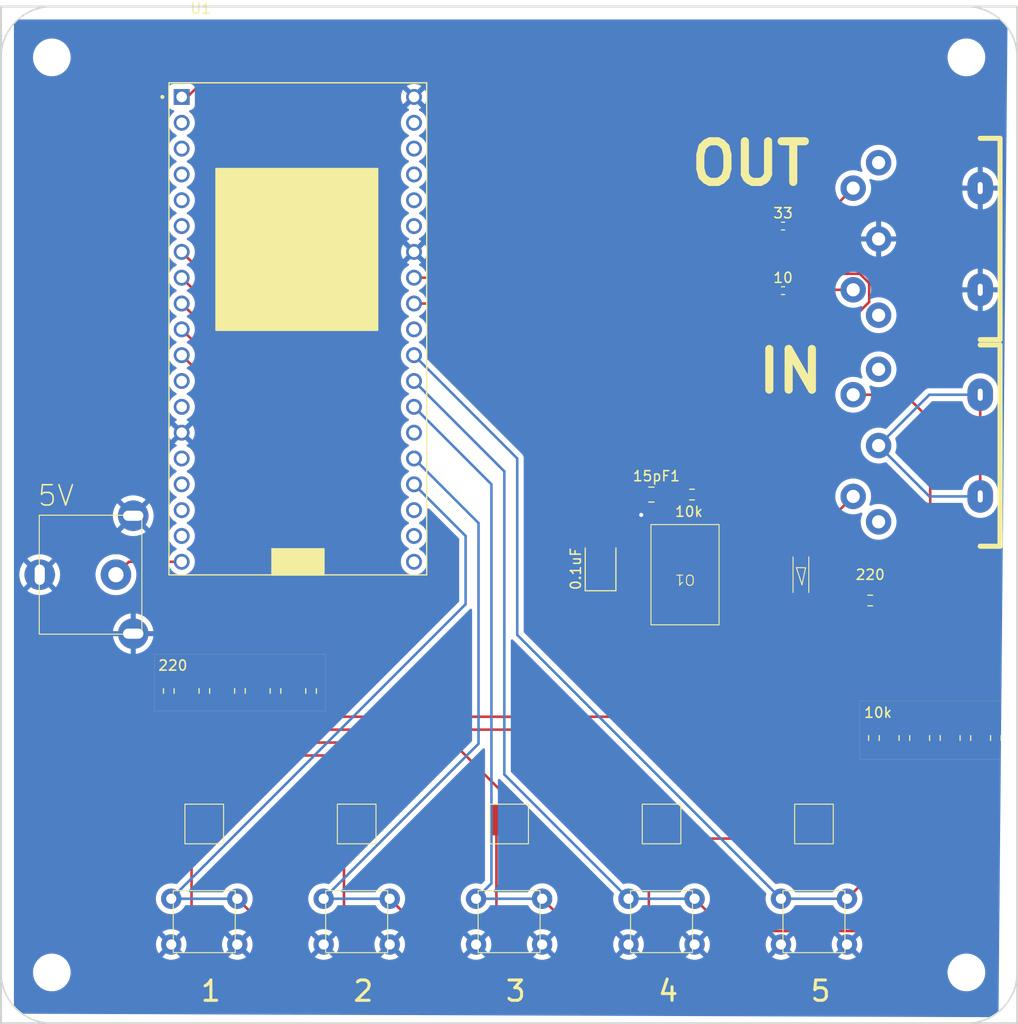
<source format=kicad_pcb>
(kicad_pcb (version 20221018) (generator pcbnew)
  (layers (0 "F.Cu" signal) (31 "B.Cu" signal) (34 "B.Paste" user) (35 "F.Paste" user) (36 "B.SilkS" user "B.Silkscreen") (37 "F.SilkS" user "F.Silkscreen") (38 "B.Mask" user) (39 "F.Mask" user) (44 "Edge.Cuts" user))
  (net 0 "")
  (net 2 "GND")
  (net 4 "RX1")
  (net 6 "Net-(D1-A)")
  (net 7 "Net-(D1-K)")
  (net 8 "+3.3V")
  (net 12 "unconnected-(M1-Pad2)")
  (net 14 "Net-(M1-Pad4)")
  (net 15 "SW1")
  (net 16 "LED1")
  (net 17 "SW2")
  (net 18 "LED2")
  (net 19 "SW3")
  (net 20 "LED3")
  (net 21 "SW4")
  (net 22 "LED4")
  (net 23 "SW5")
  (net 24 "LED5")
  (net 30 "TX1")
  (net 41 "Net-(J1-Pad4)")
  (net 42 "Net-(J1-Pad5)")
  (net 43 "Net-(LED1-A)")
  (net 44 "Net-(LED2-A)")
  (net 45 "Net-(LED3-A)")
  (net 46 "Net-(LED4-A)")
  (net 47 "Net-(LED5-A)")
  (net 50 "+5V")
  (footprint "MIDI:LED" (layer "F.Cu") (at 35 80)
    (fp_text reference "LED2" hide)
    (fp_text value "LED" hide)
    (fp_rect (start -1.9 -1.55) (end 1.9 2.35) (stroke (width 0.1)) (fill none) (layer "F.SilkS"))
    (pad "1" smd roundrect (at -1.25 0.02 180) (size 1.2 3) (layers "F.Cu" "F.Paste" "F.Mask") (net 2 "GND"))
    (pad "2" smd roundrect (at 1.25 0.01 180) (size 1.2 3) (layers "F.Cu" "F.Paste" "F.Mask") (net 44 "Net-(LED2-A)"))
  )
  (footprint "MIDI:switch" (layer "F.Cu") (at 80 90)
    (fp_text reference "SW5" hide)
    (fp_text value "SW_DIP_x01" hide)
    (fp_rect (start -3.05 -3.05) (end 3.05 3.05) (stroke (width 0.1)) (fill none) (layer "F.SilkS"))
    (pad "1" thru_hole circle (at -3.25 2.25 180) (size 2 2) (drill 1) (layers "*.Cu" "*.Mask") (net 2 "GND"))
    (pad "1" thru_hole circle (at 3.25 2.25 180) (size 2 2) (drill 1) (layers "*.Cu" "*.Mask") (net 2 "GND"))
    (pad "2" thru_hole circle (at -3.25 -2.25 180) (size 2 2) (drill 1) (layers "*.Cu" "*.Mask") (net 23 "SW5"))
    (pad "2" thru_hole circle (at 3.25 -2.25 180) (size 2 2) (drill 1) (layers "*.Cu" "*.Mask") (net 23 "SW5"))
  )
  (footprint "MIDI:MODULE_ESP32-DEVKITC-32D" (layer "F.Cu") (at 30.48 28.65)
    (fp_text reference "U1" (at -10.829175 -28.446045) (layer "F.SilkS") (effects (font (size 1.000386 1.000386))))
    (fp_text value "ESP32-DEVKITC-32D")
    (fp_line (start -13.95 -21.15) (end 11.41 -21.15) (stroke (width 0.127)) (layer "F.SilkS"))
    (fp_line (start -13.95 27.25) (end -13.95 -21.15) (stroke (width 0.127)) (layer "F.SilkS"))
    (fp_line (start 11.41 -21.15) (end 11.41 27.25) (stroke (width 0.127)) (layer "F.SilkS"))
    (fp_line (start 11.41 27.25) (end -13.95 27.25) (stroke (width 0.127)) (layer "F.SilkS"))
    (fp_circle (center -14.6 -19.76) (end -14.5 -19.76) (stroke (width 0.2)) (fill none) (layer "F.SilkS"))
    (pad "J2-1" thru_hole rect (at -12.7 -19.76) (size 1.56 1.56) (drill 1.04) (layers "*.Cu" "*.Mask") (net 8 "+3.3V"))
    (pad "J2-2" thru_hole circle (at -12.7 -17.22) (size 1.56 1.56) (drill 1.04) (layers "*.Cu" "*.Mask"))
    (pad "J2-3" thru_hole circle (at -12.7 -14.68) (size 1.56 1.56) (drill 1.04) (layers "*.Cu" "*.Mask"))
    (pad "J2-4" thru_hole circle (at -12.7 -12.14) (size 1.56 1.56) (drill 1.04) (layers "*.Cu" "*.Mask"))
    (pad "J2-5" thru_hole circle (at -12.7 -9.6) (size 1.56 1.56) (drill 1.04) (layers "*.Cu" "*.Mask"))
    (pad "J2-6" thru_hole circle (at -12.7 -7.06) (size 1.56 1.56) (drill 1.04) (layers "*.Cu" "*.Mask"))
    (pad "J2-7" thru_hole circle (at -12.7 -4.52) (size 1.56 1.56) (drill 1.04) (layers "*.Cu" "*.Mask") (net 24 "LED5"))
    (pad "J2-8" thru_hole circle (at -12.7 -1.98) (size 1.56 1.56) (drill 1.04) (layers "*.Cu" "*.Mask") (net 22 "LED4"))
    (pad "J2-9" thru_hole circle (at -12.7 0.56) (size 1.56 1.56) (drill 1.04) (layers "*.Cu" "*.Mask") (net 20 "LED3"))
    (pad "J2-10" thru_hole circle (at -12.7 3.1) (size 1.56 1.56) (drill 1.04) (layers "*.Cu" "*.Mask") (net 18 "LED2"))
    (pad "J2-11" thru_hole circle (at -12.7 5.64) (size 1.56 1.56) (drill 1.04) (layers "*.Cu" "*.Mask") (net 16 "LED1"))
    (pad "J2-12" thru_hole circle (at -12.7 8.18) (size 1.56 1.56) (drill 1.04) (layers "*.Cu" "*.Mask"))
    (pad "J2-13" thru_hole circle (at -12.7 10.72) (size 1.56 1.56) (drill 1.04) (layers "*.Cu" "*.Mask"))
    (pad "J2-14" thru_hole circle (at -12.7 13.26) (size 1.56 1.56) (drill 1.04) (layers "*.Cu" "*.Mask") (net 2 "GND"))
    (pad "J2-15" thru_hole circle (at -12.7 15.8) (size 1.56 1.56) (drill 1.04) (layers "*.Cu" "*.Mask"))
    (pad "J2-16" thru_hole circle (at -12.7 18.34) (size 1.56 1.56) (drill 1.04) (layers "*.Cu" "*.Mask"))
    (pad "J2-17" thru_hole circle (at -12.7 20.88) (size 1.56 1.56) (drill 1.04) (layers "*.Cu" "*.Mask"))
    (pad "J2-18" thru_hole circle (at -12.7 23.42) (size 1.56 1.56) (drill 1.04) (layers "*.Cu" "*.Mask"))
    (pad "J2-19" thru_hole circle (at -12.7 25.96) (size 1.56 1.56) (drill 1.04) (layers "*.Cu" "*.Mask") (net 50 "+5V"))
    (pad "J3-1" thru_hole circle (at 10.16 -19.76) (size 1.56 1.56) (drill 1.04) (layers "*.Cu" "*.Mask") (net 2 "GND"))
    (pad "J3-2" thru_hole circle (at 10.16 -17.22) (size 1.56 1.56) (drill 1.04) (layers "*.Cu" "*.Mask"))
    (pad "J3-3" thru_hole circle (at 10.16 -14.68) (size 1.56 1.56) (drill 1.04) (layers "*.Cu" "*.Mask"))
    (pad "J3-4" thru_hole circle (at 10.16 -12.14) (size 1.56 1.56) (drill 1.04) (layers "*.Cu" "*.Mask"))
    (pad "J3-5" thru_hole circle (at 10.16 -9.6) (size 1.56 1.56) (drill 1.04) (layers "*.Cu" "*.Mask"))
    (pad "J3-6" thru_hole circle (at 10.16 -7.06) (size 1.56 1.56) (drill 1.04) (layers "*.Cu" "*.Mask"))
    (pad "J3-7" thru_hole circle (at 10.16 -4.52) (size 1.56 1.56) (drill 1.04) (layers "*.Cu" "*.Mask") (net 2 "GND"))
    (pad "J3-8" thru_hole circle (at 10.16 -1.98) (size 1.56 1.56) (drill 1.04) (layers "*.Cu" "*.Mask") (net 30 "TX1"))
    (pad "J3-9" thru_hole circle (at 10.16 0.56) (size 1.56 1.56) (drill 1.04) (layers "*.Cu" "*.Mask") (net 4 "RX1"))
    (pad "J3-10" thru_hole circle (at 10.16 3.1) (size 1.56 1.56) (drill 1.04) (layers "*.Cu" "*.Mask"))
    (pad "J3-11" thru_hole circle (at 10.16 5.64) (size 1.56 1.56) (drill 1.04) (layers "*.Cu" "*.Mask") (net 23 "SW5"))
    (pad "J3-12" thru_hole circle (at 10.16 8.18) (size 1.56 1.56) (drill 1.04) (layers "*.Cu" "*.Mask") (net 21 "SW4"))
    (pad "J3-13" thru_hole circle (at 10.16 10.72) (size 1.56 1.56) (drill 1.04) (layers "*.Cu" "*.Mask") (net 19 "SW3"))
    (pad "J3-14" thru_hole circle (at 10.16 13.26) (size 1.56 1.56) (drill 1.04) (layers "*.Cu" "*.Mask"))
    (pad "J3-15" thru_hole circle (at 10.16 15.8) (size 1.56 1.56) (drill 1.04) (layers "*.Cu" "*.Mask") (net 17 "SW2"))
    (pad "J3-16" thru_hole circle (at 10.16 18.34) (size 1.56 1.56) (drill 1.04) (layers "*.Cu" "*.Mask") (net 15 "SW1"))
    (pad "J3-17" thru_hole circle (at 10.16 20.88) (size 1.56 1.56) (drill 1.04) (layers "*.Cu" "*.Mask"))
    (pad "J3-18" thru_hole circle (at 10.16 23.42) (size 1.56 1.56) (drill 1.04) (layers "*.Cu" "*.Mask"))
    (pad "J3-19" thru_hole circle (at 10.16 25.96) (size 1.56 1.56) (drill 1.04) (layers "*.Cu" "*.Mask"))
  )
  (footprint "MIDI:SOD-80" (layer "F.Cu") (at 78.74 55.88 90)
    (fp_text reference "D1" hide)
    (fp_text value "type=\"D\" model=\"1N4148/1N400x\" lib=\"\"" hide)
    (fp_line (start -1.75 0.75) (end 1.75 0.75) (stroke (width 0.1)) (layer "F.SilkS"))
    (fp_line (start -0.99 0.08) (end 0.7 -0.47) (stroke (width 0.1)) (layer "F.SilkS"))
    (fp_line (start 0.68 0.43) (end -0.99 0.08) (stroke (width 0.1)) (layer "F.SilkS"))
    (fp_line (start 0.7 -0.47) (end 0.68 0.43) (stroke (width 0.1)) (layer "F.SilkS"))
    (fp_line (start 1.75 -0.8) (end -1.75 -0.8) (stroke (width 0.1)) (layer "F.SilkS"))
    (pad "1" smd roundrect (at 1.55 0 270) (size 0.4 1.5) (layers "F.Cu" "F.Paste" "F.Mask") (net 6 "Net-(D1-A)"))
    (pad "2" smd roundrect (at -1.55 0 270) (size 0.4 1.5) (layers "F.Cu" "F.Paste" "F.Mask") (net 7 "Net-(D1-K)"))
  )
  (footprint "MountingHole:MountingHole_3.2mm_M3" (layer "F.Cu") (at 5 5)
    (fp_text reference "H2" hide)
    (fp_text value "MountingHole" hide)
    (pad "" np_thru_hole circle (at 0 0) (size 3.2 3.2) (drill 3.2) (layers "*.Cu" "*.Mask"))
  )
  (footprint "MIDI:R_0603_1608Metric" (layer "F.Cu") (at 68 48 180)
    (fp_text reference "R2" hide)
    (fp_text value "10k" (at 0.31 -1.68) (layer "F.SilkS"))
    (fp_line (start -0.237258 -0.5225) (end 0.237258 -0.5225) (stroke (width 0.12)) (layer "F.SilkS"))
    (fp_line (start -0.237258 0.5225) (end 0.237258 0.5225) (stroke (width 0.12)) (layer "F.SilkS"))
    (pad "1" smd roundrect (at -0.825 0 180) (size 0.8 0.95) (layers "F.Cu" "F.Paste" "F.Mask") (net 8 "+3.3V"))
    (pad "2" smd roundrect (at 0.825 0 180) (size 0.8 0.95) (layers "F.Cu" "F.Paste" "F.Mask") (net 4 "RX1"))
  )
  (footprint "MIDI:R_0402_1005Metric" (layer "F.Cu") (at 76.96 27.94)
    (fp_text reference "R14" hide)
    (fp_text value "10" (at 0 -1.27) (layer "F.SilkS"))
    (fp_line (start -0.153641 -0.38) (end 0.153641 -0.38) (stroke (width 0.12)) (layer "F.SilkS"))
    (fp_line (start -0.153641 0.38) (end 0.153641 0.38) (stroke (width 0.12)) (layer "F.SilkS"))
    (pad "1" smd roundrect (at -0.51 0) (size 0.54 0.64) (layers "F.Cu" "F.Paste" "F.Mask") (net 30 "TX1"))
    (pad "2" smd roundrect (at 0.51 0) (size 0.54 0.64) (layers "F.Cu" "F.Paste" "F.Mask") (net 42 "Net-(J1-Pad5)"))
  )
  (footprint "MIDI:switch" (layer "F.Cu") (at 35 90)
    (fp_text reference "SW2" hide)
    (fp_text value "SW_DIP_x01" hide)
    (fp_rect (start -3.05 -3.05) (end 3.05 3.05) (stroke (width 0.1)) (fill none) (layer "F.SilkS"))
    (pad "1" thru_hole circle (at -3.25 2.25 180) (size 2 2) (drill 1) (layers "*.Cu" "*.Mask") (net 2 "GND"))
    (pad "1" thru_hole circle (at 3.25 2.25 180) (size 2 2) (drill 1) (layers "*.Cu" "*.Mask") (net 2 "GND"))
    (pad "2" thru_hole circle (at -3.25 -2.25 180) (size 2 2) (drill 1) (layers "*.Cu" "*.Mask") (net 17 "SW2"))
    (pad "2" thru_hole circle (at 3.25 -2.25 180) (size 2 2) (drill 1) (layers "*.Cu" "*.Mask") (net 17 "SW2"))
  )
  (footprint "MIDI:optocoppler" (layer "F.Cu") (at 67.31 55.88 180)
    (fp_text reference "O1" (at 0 -0.5 180 unlocked) (layer "F.SilkS") (effects (font (thickness 0.1))))
    (fp_text value "6N137")
    (fp_rect (start -3.35 -4.93) (end 3.35 4.93) (stroke (width 0.1)) (fill none) (layer "F.SilkS"))
    (pad "1" smd rect (at -4.635 -3.81) (size 1.52 1.78) (layers "F.Cu" "F.Paste" "F.Mask"))
    (pad "2" smd roundrect (at -4.635 -1.27) (size 1.52 1.78) (layers "F.Cu" "F.Paste" "F.Mask") (net 7 "Net-(D1-K)"))
    (pad "3" smd roundrect (at -4.635 1.27) (size 1.52 1.78) (layers "F.Cu" "F.Paste" "F.Mask") (net 6 "Net-(D1-A)"))
    (pad "5" smd roundrect (at 4.635 3.81) (size 1.52 1.8) (layers "F.Cu" "F.Paste" "F.Mask") (net 2 "GND"))
    (pad "6" smd roundrect (at 4.635 1.27) (size 1.52 1.78) (layers "F.Cu" "F.Paste" "F.Mask") (net 4 "RX1"))
    (pad "7" smd roundrect (at 4.635 -1.27) (size 1.52 1.78) (layers "F.Cu" "F.Paste" "F.Mask"))
    (pad "8" smd roundrect (at 4.635 -3.81) (size 1.52 1.78) (layers "F.Cu" "F.Paste" "F.Mask") (net 8 "+3.3V"))
  )
  (footprint "MIDI:midi" (layer "F.Cu") (at 86.36 43.18 90)
    (fp_text reference "M1" hide)
    (fp_text value "MIDI IN" hide)
    (fp_line (start -9.9 11.95) (end -9.9 10) (stroke (width 0.5)) (layer "F.SilkS"))
    (fp_line (start 9.9 11.95) (end -9.9 11.95) (stroke (width 0.5)) (layer "F.SilkS"))
    (fp_line (start 9.9 11.95) (end 9.9 10) (stroke (width 0.5)) (layer "F.SilkS"))
    (pad "1" thru_hole oval (at 7.5 0 270) (size 2.5 2.5) (drill oval 1.3) (layers "*.Cu" "*.Mask"))
    (pad "2" thru_hole oval (at -5 10 270) (size 3.2 2.5) (drill oval 1.2 0.5) (layers "*.Cu" "*.Mask") (net 12 "unconnected-(M1-Pad2)"))
    (pad "2" thru_hole oval (at 0 0 270) (size 2.5 2.5) (drill oval 1.3) (layers "*.Cu" "*.Mask") (net 12 "unconnected-(M1-Pad2)"))
    (pad "2" thru_hole oval (at 5 10 270) (size 3.2 2.5) (drill oval 1.2 0.5) (layers "*.Cu" "*.Mask") (net 12 "unconnected-(M1-Pad2)"))
    (pad "3" thru_hole oval (at -7.5 0 270) (size 2.5 2.5) (drill oval 1.3) (layers "*.Cu" "*.Mask"))
    (pad "4" thru_hole oval (at 5 -2.5 270) (size 2.5 2.5) (drill oval 1.3) (layers "*.Cu" "*.Mask") (net 14 "Net-(M1-Pad4)"))
    (pad "5" thru_hole oval (at -5 -2.5 270) (size 2.5 2.5) (drill oval 1.3) (layers "*.Cu" "*.Mask") (net 6 "Net-(D1-A)"))
  )
  (footprint "MIDI:R_0603_1608Metric" (layer "F.Cu") (at 85.535 58.42 180)
    (fp_text reference "R1" hide)
    (fp_text value "220" (at 0 2.54) (layer "F.SilkS"))
    (fp_line (start -0.237258 -0.5225) (end 0.237258 -0.5225) (stroke (width 0.12)) (layer "F.SilkS"))
    (fp_line (start -0.237258 0.5225) (end 0.237258 0.5225) (stroke (width 0.12)) (layer "F.SilkS"))
    (pad "1" smd roundrect (at -0.825 0 180) (size 0.8 0.95) (layers "F.Cu" "F.Paste" "F.Mask") (net 14 "Net-(M1-Pad4)"))
    (pad "2" smd roundrect (at 0.825 0 180) (size 0.8 0.95) (layers "F.Cu" "F.Paste" "F.Mask") (net 7 "Net-(D1-K)"))
  )
  (footprint "MIDI:switch" (layer "F.Cu") (at 65 90)
    (fp_text reference "SW4" hide)
    (fp_text value "SW_DIP_x01" hide)
    (fp_rect (start -3.05 -3.05) (end 3.05 3.05) (stroke (width 0.1)) (fill none) (layer "F.SilkS"))
    (pad "1" thru_hole circle (at -3.25 2.25 180) (size 2 2) (drill 1) (layers "*.Cu" "*.Mask") (net 2 "GND"))
    (pad "1" thru_hole circle (at 3.25 2.25 180) (size 2 2) (drill 1) (layers "*.Cu" "*.Mask") (net 2 "GND"))
    (pad "2" thru_hole circle (at -3.25 -2.25 180) (size 2 2) (drill 1) (layers "*.Cu" "*.Mask") (net 21 "SW4"))
    (pad "2" thru_hole circle (at 3.25 -2.25 180) (size 2 2) (drill 1) (layers "*.Cu" "*.Mask") (net 21 "SW4"))
  )
  (footprint "MIDI:LED" (layer "F.Cu") (at 20 80)
    (fp_text reference "LED1" hide)
    (fp_text value "LED" hide)
    (fp_rect (start -1.9 -1.55) (end 1.9 2.35) (stroke (width 0.1)) (fill none) (layer "F.SilkS"))
    (pad "1" smd roundrect (at -1.25 0.02 180) (size 1.2 3) (layers "F.Cu" "F.Paste" "F.Mask") (net 2 "GND"))
    (pad "2" smd roundrect (at 1.25 0.01 180) (size 1.2 3) (layers "F.Cu" "F.Paste" "F.Mask") (net 43 "Net-(LED1-A)"))
  )
  (footprint "MIDI:R_0603_1608Metric" (layer "F.Cu") (at 16.51 67.31 -90)
    (fp_text reference "R8" hide)
    (fp_text value "220" (at -2.5 -0.4 180) (layer "F.SilkS"))
    (fp_line (start -0.237258 -0.5225) (end 0.237258 -0.5225) (stroke (width 0.12)) (layer "F.SilkS"))
    (fp_line (start -0.237258 0.5225) (end 0.237258 0.5225) (stroke (width 0.12)) (layer "F.SilkS"))
    (pad "1" smd roundrect (at -0.825 0 270) (size 0.8 0.95) (layers "F.Cu" "F.Paste" "F.Mask") (net 16 "LED1"))
    (pad "2" smd roundrect (at 0.825 0 270) (size 0.8 0.95) (layers "F.Cu" "F.Paste" "F.Mask") (net 43 "Net-(LED1-A)"))
  )
  (footprint "MIDI:R_0603_1608Metric" (layer "F.Cu") (at 30.51 67.31 -90)
    (fp_text reference "R12" hide)
    (fp_text value "220" hide)
    (fp_line (start -0.237258 -0.5225) (end 0.237258 -0.5225) (stroke (width 0.12)) (layer "F.SilkS"))
    (fp_line (start -0.237258 0.5225) (end 0.237258 0.5225) (stroke (width 0.12)) (layer "F.SilkS"))
    (pad "1" smd roundrect (at -0.825 0 270) (size 0.8 0.95) (layers "F.Cu" "F.Paste" "F.Mask") (net 24 "LED5"))
    (pad "2" smd roundrect (at 0.825 0 270) (size 0.8 0.95) (layers "F.Cu" "F.Paste" "F.Mask") (net 47 "Net-(LED5-A)"))
  )
  (footprint "MIDI:R_0402_1005Metric" (layer "F.Cu") (at 76.96 21.59 180)
    (fp_text reference "R13" hide)
    (fp_text value "33" (at 0 1.27) (layer "F.SilkS"))
    (fp_line (start -0.153641 -0.38) (end 0.153641 -0.38) (stroke (width 0.12)) (layer "F.SilkS"))
    (fp_line (start -0.153641 0.38) (end 0.153641 0.38) (stroke (width 0.12)) (layer "F.SilkS"))
    (pad "1" smd roundrect (at -0.51 0 180) (size 0.54 0.64) (layers "F.Cu" "F.Paste" "F.Mask") (net 41 "Net-(J1-Pad4)"))
    (pad "2" smd roundrect (at 0.51 0 180) (size 0.54 0.64) (layers "F.Cu" "F.Paste" "F.Mask") (net 8 "+3.3V"))
  )
  (footprint "MIDI:LED" (layer "F.Cu") (at 50 80)
    (fp_text reference "LED3" hide)
    (fp_text value "LED" hide)
    (fp_rect (start -1.9 -1.55) (end 1.9 2.35) (stroke (width 0.1)) (fill none) (layer "F.SilkS"))
    (pad "1" smd roundrect (at -1.25 0.02 180) (size 1.2 3) (layers "F.Cu" "F.Paste" "F.Mask") (net 2 "GND"))
    (pad "2" smd roundrect (at 1.25 0.01 180) (size 1.2 3) (layers "F.Cu" "F.Paste" "F.Mask") (net 45 "Net-(LED3-A)"))
  )
  (footprint "MIDI:switch" (layer "F.Cu") (at 50 90)
    (fp_text reference "SW3" hide)
    (fp_text value "SW_DIP_x01" hide)
    (fp_rect (start -3.05 -3.05) (end 3.05 3.05) (stroke (width 0.1)) (fill none) (layer "F.SilkS"))
    (pad "1" thru_hole circle (at -3.25 2.25 180) (size 2 2) (drill 1) (layers "*.Cu" "*.Mask") (net 2 "GND"))
    (pad "1" thru_hole circle (at 3.25 2.25 180) (size 2 2) (drill 1) (layers "*.Cu" "*.Mask") (net 2 "GND"))
    (pad "2" thru_hole circle (at -3.25 -2.25 180) (size 2 2) (drill 1) (layers "*.Cu" "*.Mask") (net 19 "SW3"))
    (pad "2" thru_hole circle (at 3.25 -2.25 180) (size 2 2) (drill 1) (layers "*.Cu" "*.Mask") (net 19 "SW3"))
  )
  (footprint "MIDI:R_0603_1608Metric" (layer "F.Cu") (at 23.51 67.31 -90)
    (fp_text reference "R10" hide)
    (fp_text value "220" hide)
    (fp_line (start -0.237258 -0.5225) (end 0.237258 -0.5225) (stroke (width 0.12)) (layer "F.SilkS"))
    (fp_line (start -0.237258 0.5225) (end 0.237258 0.5225) (stroke (width 0.12)) (layer "F.SilkS"))
    (pad "1" smd roundrect (at -0.825 0 270) (size 0.8 0.95) (layers "F.Cu" "F.Paste" "F.Mask") (net 20 "LED3"))
    (pad "2" smd roundrect (at 0.825 0 270) (size 0.8 0.95) (layers "F.Cu" "F.Paste" "F.Mask") (net 45 "Net-(LED3-A)"))
  )
  (footprint "MIDI:LED" (layer "F.Cu") (at 65 80)
    (fp_text reference "LED4" hide)
    (fp_text value "LED" hide)
    (fp_rect (start -1.9 -1.55) (end 1.9 2.35) (stroke (width 0.1)) (fill none) (layer "F.SilkS"))
    (pad "1" smd roundrect (at -1.25 0.02 180) (size 1.2 3) (layers "F.Cu" "F.Paste" "F.Mask") (net 2 "GND"))
    (pad "2" smd roundrect (at 1.25 0.01 180) (size 1.2 3) (layers "F.Cu" "F.Paste" "F.Mask") (net 46 "Net-(LED4-A)"))
  )
  (footprint "MIDI:midi" (layer "F.Cu") (at 86.36 22.86 90)
    (fp_text reference "J1" hide)
    (fp_text value "DIN-5_180degree" hide)
    (fp_line (start -9.9 11.95) (end -9.9 10) (stroke (width 0.5)) (layer "F.SilkS"))
    (fp_line (start 9.9 11.95) (end -9.9 11.95) (stroke (width 0.5)) (layer "F.SilkS"))
    (fp_line (start 9.9 11.95) (end 9.9 10) (stroke (width 0.5)) (layer "F.SilkS"))
    (pad "1" thru_hole oval (at 7.5 0 270) (size 2.5 2.5) (drill oval 1.3) (layers "*.Cu" "*.Mask"))
    (pad "2" thru_hole oval (at -5 10 270) (size 3.2 2.5) (drill oval 1.2 0.5) (layers "*.Cu" "*.Mask") (net 2 "GND"))
    (pad "2" thru_hole oval (at 0 0 270) (size 2.5 2.5) (drill oval 1.3) (layers "*.Cu" "*.Mask") (net 2 "GND"))
    (pad "2" thru_hole oval (at 5 10 270) (size 3.2 2.5) (drill oval 1.2 0.5) (layers "*.Cu" "*.Mask") (net 2 "GND"))
    (pad "3" thru_hole oval (at -7.5 0 270) (size 2.5 2.5) (drill oval 1.3) (layers "*.Cu" "*.Mask"))
    (pad "4" thru_hole oval (at 5 -2.5 270) (size 2.5 2.5) (drill oval 1.3) (layers "*.Cu" "*.Mask") (net 41 "Net-(J1-Pad4)"))
    (pad "5" thru_hole oval (at -5 -2.5 270) (size 2.5 2.5) (drill oval 1.3) (layers "*.Cu" "*.Mask") (net 42 "Net-(J1-Pad5)"))
  )
  (footprint "MIDI:R_0603_1608Metric" (layer "F.Cu") (at 97.9 71.945 -90)
    (fp_text reference "R3" hide)
    (fp_text value "10k" (at -2.5 11.6 180) (layer "F.SilkS"))
    (fp_line (start -0.237258 -0.5225) (end 0.237258 -0.5225) (stroke (width 0.12)) (layer "F.SilkS"))
    (fp_line (start -0.237258 0.5225) (end 0.237258 0.5225) (stroke (width 0.12)) (layer "F.SilkS"))
    (pad "1" smd roundrect (at -0.825 0 270) (size 0.8 0.95) (layers "F.Cu" "F.Paste" "F.Mask") (net 8 "+3.3V"))
    (pad "2" smd roundrect (at 0.825 0 270) (size 0.8 0.95) (layers "F.Cu" "F.Paste" "F.Mask") (net 15 "SW1"))
  )
  (footprint "MIDI:R_0603_1608Metric" (layer "F.Cu") (at 94.9 71.945 -90)
    (fp_text reference "R4" hide)
    (fp_text value "10k" hide)
    (fp_line (start -0.237258 -0.5225) (end 0.237258 -0.5225) (stroke (width 0.12)) (layer "F.SilkS"))
    (fp_line (start -0.237258 0.5225) (end 0.237258 0.5225) (stroke (width 0.12)) (layer "F.SilkS"))
    (pad "1" smd roundrect (at -0.825 0 270) (size 0.8 0.95) (layers "F.Cu" "F.Paste" "F.Mask") (net 8 "+3.3V"))
    (pad "2" smd roundrect (at 0.825 0 270) (size 0.8 0.95) (layers "F.Cu" "F.Paste" "F.Mask") (net 17 "SW2"))
  )
  (footprint "MountingHole:MountingHole_3.2mm_M3" (layer "F.Cu") (at 95 95)
    (fp_text reference "H4" hide)
    (fp_text value "MountingHole" hide)
    (pad "" np_thru_hole circle (at 0 0) (size 3.2 3.2) (drill 3.2) (layers "*.Cu" "*.Mask"))
  )
  (footprint "MIDI:R_0603_1608Metric" (layer "F.Cu") (at 20.01 67.31 -90)
    (fp_text reference "R9" hide)
    (fp_text value "220" hide)
    (fp_line (start -0.237258 -0.5225) (end 0.237258 -0.5225) (stroke (width 0.12)) (layer "F.SilkS"))
    (fp_line (start -0.237258 0.5225) (end 0.237258 0.5225) (stroke (width 0.12)) (layer "F.SilkS"))
    (pad "1" smd roundrect (at -0.825 0 270) (size 0.8 0.95) (layers "F.Cu" "F.Paste" "F.Mask") (net 18 "LED2"))
    (pad "2" smd roundrect (at 0.825 0 270) (size 0.8 0.95) (layers "F.Cu" "F.Paste" "F.Mask") (net 44 "Net-(LED2-A)"))
  )
  (footprint "MIDI:R_0603_1608Metric" (layer "F.Cu") (at 91.9 71.945 -90)
    (fp_text reference "R5" hide)
    (fp_text value "10k" hide)
    (fp_line (start -0.237258 -0.5225) (end 0.237258 -0.5225) (stroke (width 0.12)) (layer "F.SilkS"))
    (fp_line (start -0.237258 0.5225) (end 0.237258 0.5225) (stroke (width 0.12)) (layer "F.SilkS"))
    (pad "1" smd roundrect (at -0.825 0 270) (size 0.8 0.95) (layers "F.Cu" "F.Paste" "F.Mask") (net 8 "+3.3V"))
    (pad "2" smd roundrect (at 0.825 0 270) (size 0.8 0.95) (layers "F.Cu" "F.Paste" "F.Mask") (net 19 "SW3"))
  )
  (footprint "MIDI:C_0805_2012Metric" (layer "F.Cu") (at 64 48 180)
    (fp_text reference "15pF1" (at -0.492842 1.81366) (layer "F.SilkS"))
    (fp_text value "C5" hide)
    (fp_line (start -0.261252 -0.735) (end 0.261252 -0.735) (stroke (width 0.12)) (layer "F.SilkS"))
    (fp_line (start -0.261252 0.735) (end 0.261252 0.735) (stroke (width 0.12)) (layer "F.SilkS"))
    (pad "1" smd roundrect (at -0.95 0 180) (size 1 1.45) (layers "F.Cu" "F.Paste" "F.Mask") (net 4 "RX1"))
    (pad "2" smd roundrect (at 0.95 0 180) (size 1 1.45) (layers "F.Cu" "F.Paste" "F.Mask") (net 2 "GND"))
  )
  (footprint "MIDI:CP_EIA-3528-12_Kemet-T" (layer "F.Cu") (at 59 55 90)
    (fp_text reference "C1" hide)
    (fp_text value "0.1uF" (at -0.30831 -2.442856 90) (layer "F.SilkS"))
    (fp_line (start -2.46 -1.51) (end -2.46 1.51) (stroke (width 0.12)) (layer "F.SilkS"))
    (fp_line (start -2.46 1.51) (end 1.75 1.51) (stroke (width 0.12)) (layer "F.SilkS"))
    (fp_line (start 1.75 -1.51) (end -2.46 -1.51) (stroke (width 0.12)) (layer "F.SilkS"))
    (pad "1" smd roundrect (at -1.5375 0 90) (size 1.325 2.35) (layers "F.Cu" "F.Paste" "F.Mask") (roundrect_rratio 0.1886792453) (net 8 "+3.3V"))
    (pad "2" smd roundrect (at 1.5375 0 90) (size 1.325 2.35) (layers "F.Cu" "F.Paste" "F.Mask") (roundrect_rratio 0.1886792453) (net 2 "GND"))
  )
  (footprint "MIDI:switch" (layer "F.Cu") (at 20 90)
    (fp_text reference "SW1" hide)
    (fp_text value "SW_DIP_x01" hide)
    (fp_rect (start -3.05 -3.05) (end 3.05 3.05) (stroke (width 0.1)) (fill none) (layer "F.SilkS"))
    (pad "1" thru_hole circle (at -3.25 2.25 180) (size 2 2) (drill 1) (layers "*.Cu" "*.Mask") (net 2 "GND"))
    (pad "1" thru_hole circle (at 3.25 2.25 180) (size 2 2) (drill 1) (layers "*.Cu" "*.Mask") (net 2 "GND"))
    (pad "2" thru_hole circle (at -3.25 -2.25 180) (size 2 2) (drill 1) (layers "*.Cu" "*.Mask") (net 15 "SW1"))
    (pad "2" thru_hole circle (at 3.25 -2.25 180) (size 2 2) (drill 1) (layers "*.Cu" "*.Mask") (net 15 "SW1"))
  )
  (footprint "MountingHole:MountingHole_3.2mm_M3" (layer "F.Cu") (at 5 95)
    (fp_text reference "H3" hide)
    (fp_text value "MountingHole" hide)
    (pad "" np_thru_hole circle (at 0 0) (size 3.2 3.2) (drill 3.2) (layers "*.Cu" "*.Mask"))
  )
  (footprint "MIDI:R_0603_1608Metric" (layer "F.Cu") (at 27.01 67.31 -90)
    (fp_text reference "R11" hide)
    (fp_text value "220" hide)
    (fp_line (start -0.237258 -0.5225) (end 0.237258 -0.5225) (stroke (width 0.12)) (layer "F.SilkS"))
    (fp_line (start -0.237258 0.5225) (end 0.237258 0.5225) (stroke (width 0.12)) (layer "F.SilkS"))
    (pad "1" smd roundrect (at -0.825 0 270) (size 0.8 0.95) (layers "F.Cu" "F.Paste" "F.Mask") (net 22 "LED4"))
    (pad "2" smd roundrect (at 0.825 0 270) (size 0.8 0.95) (layers "F.Cu" "F.Paste" "F.Mask") (net 46 "Net-(LED4-A)"))
  )
  (footprint "MIDI:R_0603_1608Metric" (layer "F.Cu") (at 85.9 71.945 -90)
    (fp_text reference "R7" hide)
    (fp_text value "10k" hide)
    (fp_line (start -0.237258 -0.5225) (end 0.237258 -0.5225) (stroke (width 0.12)) (layer "F.SilkS"))
    (fp_line (start -0.237258 0.5225) (end 0.237258 0.5225) (stroke (width 0.12)) (layer "F.SilkS"))
    (pad "1" smd roundrect (at -0.825 0 270) (size 0.8 0.95) (layers "F.Cu" "F.Paste" "F.Mask") (net 8 "+3.3V"))
    (pad "2" smd roundrect (at 0.825 0 270) (size 0.8 0.95) (layers "F.Cu" "F.Paste" "F.Mask") (net 23 "SW5"))
  )
  (footprint "MountingHole:MountingHole_3.2mm_M3" (layer "F.Cu") (at 95 5)
    (fp_text reference "H1" hide)
    (fp_text value "MountingHole" hide)
    (pad "" np_thru_hole circle (at 0 0) (size 3.2 3.2) (drill 3.2) (layers "*.Cu" "*.Mask"))
  )
  (footprint "MIDI:chinch" (layer "F.Cu") (at 8.81 55.88 -90)
    (fp_text reference "P1" hide)
    (fp_text value "Conn_01x02_Pin" hide)
    (fp_rect (start -5.85 -5.05) (end 5.85 5.05) (stroke (width 0.1)) (fill none) (layer "F.SilkS"))
    (pad "1" thru_hole circle (at 0 -2.5 90) (size 3 3) (drill 1.5) (layers "*.Cu" "*.Mask") (net 50 "+5V"))
    (pad "2" thru_hole circle (at -5.8 -4.2 90) (size 3 3) (drill oval 1 2) (layers "*.Cu" "*.Mask") (net 2 "GND"))
    (pad "2" thru_hole circle (at 0 5 90) (size 3 3) (drill oval 2 1) (layers "*.Cu" "*.Mask") (net 2 "GND"))
    (pad "2" thru_hole oval (at 5.8 -4.2 90) (size 3 3) (drill oval 1 2) (layers "*.Cu" "*.Mask") (net 2 "GND"))
  )
  (footprint "MIDI:R_0603_1608Metric" (layer "F.Cu") (at 88.9 71.945 -90)
    (fp_text reference "R6" hide)
    (fp_text value "10k" hide)
    (fp_line (start -0.237258 -0.5225) (end 0.237258 -0.5225) (stroke (width 0.12)) (layer "F.SilkS"))
    (fp_line (start -0.237258 0.5225) (end 0.237258 0.5225) (stroke (width 0.12)) (layer "F.SilkS"))
    (pad "1" smd roundrect (at -0.825 0 270) (size 0.8 0.95) (layers "F.Cu" "F.Paste" "F.Mask") (net 8 "+3.3V"))
    (pad "2" smd roundrect (at 0.825 0 270) (size 0.8 0.95) (layers "F.Cu" "F.Paste" "F.Mask") (net 21 "SW4"))
  )
  (footprint "MIDI:LED" (layer "F.Cu") (at 80 80)
    (fp_text reference "LED5" hide)
    (fp_text value "LED" hide)
    (fp_rect (start -1.9 -1.55) (end 1.9 2.35) (stroke (width 0.1)) (fill none) (layer "F.SilkS"))
    (pad "1" smd roundrect (at -1.25 0.02 180) (size 1.2 3) (layers "F.Cu" "F.Paste" "F.Mask") (net 2 "GND"))
    (pad "2" smd roundrect (at 1.25 0.01 180) (size 1.2 3) (layers "F.Cu" "F.Paste" "F.Mask") (net 47 "Net-(LED5-A)"))
  )
  (gr_rect (start 84.51 68.3) (end 99.18 74.03) (stroke (width 0.01)) (fill none) (layer "F.SilkS"))
  (gr_rect (start 26.67 53.34) (end 31.77 55.9) (stroke (width 0.15)) (fill solid) (layer "F.SilkS"))
  (gr_rect (start 21.16226 15.939712) (end 37.056897 31.834349) (stroke (width 0.15)) (fill solid) (layer "F.SilkS"))
  (gr_rect (start 15.07407 63.69407) (end 31.937964 69.297964) (stroke (width 0.01)) (fill none) (layer "F.SilkS"))
  (gr_arc (start 5 100) (mid 1.464467 98.535534) (end 0 95) (stroke (width 0.15)) (layer "Edge.Cuts"))
  (gr_rect locked (start 0 0) (end 100 100) (stroke (width 0.2)) (fill none) (layer "Edge.Cuts"))
  (gr_arc (start 95 0) (mid 98.535533 1.464466) (end 100 5) (stroke (width 0.15)) (layer "Edge.Cuts"))
  (gr_arc (start 0 5) (mid 1.464466 1.464467) (end 5 0) (stroke (width 0.15)) (layer "Edge.Cuts"))
  (gr_arc (start 100 95) (mid 98.535534 98.535533) (end 95 100) (stroke (width 0.15)) (layer "Edge.Cuts"))
  (gr_text "OUT" (at 80.01 17.78) (layer "F.SilkS") (effects (font (size 4 4) (thickness 0.8) bold) (justify right bottom)))
  (gr_text "1" (at 19.5 98) (layer "F.SilkS") (effects (font (size 2 2) (thickness 0.3) bold) (justify left bottom)))
  (gr_text "3" (at 49.5 98) (layer "F.SilkS") (effects (font (size 2 2) (thickness 0.3) bold) (justify left bottom)))
  (gr_text "4" (at 64.5 98) (layer "F.SilkS") (effects (font (size 2 2) (thickness 0.3) bold) (justify left bottom)))
  (gr_text "IN" (at 74.126355 38.209102) (layer "F.SilkS") (effects (font (size 4 4) (thickness 0.8) bold) (justify left bottom)))
  (gr_text "2" (at 34.5 98) (layer "F.SilkS") (effects (font (size 2 2) (thickness 0.3) bold) (justify left bottom)))
  (gr_text "5V" (at 3.5 49.28) (layer "F.SilkS") (effects (font (size 2 2)) (justify left bottom)))
  (gr_text "5" (at 79.5 98) (layer "F.SilkS") (effects (font (size 2 2) (thickness 0.3) bold) (justify left bottom)))
  (segment (start 18.75 90.25) (end 16.75 92.25) (width 0.25) (layer "F.Cu") (net 2))
  (segment (start 63.05 50.05) (end 63.05 51.695) (width 0.25) (layer "F.Cu") (net 2))
  (segment (start 18.75 80.02) (end 18.75 90.25) (width 0.25) (layer "F.Cu") (net 2))
  (segment (start 76.935 81.835) (end 65.565 81.835) (width 0.25) (layer "F.Cu") (net 2))
  (segment (start 62.0675 51.4625) (end 62.675 52.07) (width 0.25) (layer "F.Cu") (net 2))
  (segment (start 63 50) (end 63.05 50.05) (width 0.25) (layer "F.Cu") (net 2))
  (segment (start 33.75 80.02) (end 33.75 90.25) (width 0.25) (layer "F.Cu") (net 2))
  (segment (start 33.75 90.25) (end 31.75 92.25) (width 0.25) (layer "F.Cu") (net 2))
  (segment (start 63.75 80.02) (end 63.75 90.25) (width 0.25) (layer "F.Cu") (net 2))
  (segment (start 63.05 49.95) (end 63.05 48) (width 0.25) (layer "F.Cu") (net 2))
  (segment (start 78.75 80.02) (end 76.935 81.835) (width 0.25) (layer "F.Cu") (net 2))
  (segment (start 60.3925 52.07) (end 62.675 52.07) (width 0.25) (layer "F.Cu") (net 2))
  (segment (start 59 53.4625) (end 60.3925 52.07) (width 0.25) (layer "F.Cu") (net 2))
  (segment (start 63 50) (end 63.05 49.95) (width 0.25) (layer "F.Cu") (net 2))
  (segment (start 63.75 90.25) (end 61.75 92.25) (width 0.25) (layer "F.Cu") (net 2))
  (segment (start 65.565 81.835) (end 63.75 80.02) (width 0.25) (layer "F.Cu") (net 2))
  (segment (start 48.75 90.25) (end 46.75 92.25) (width 0.25) (layer "F.Cu") (net 2))
  (segment (start 48.75 80.02) (end 48.75 90.25) (width 0.25) (layer "F.Cu") (net 2))
  (segment (start 63.05 51.695) (end 62.675 52.07) (width 0.25) (layer "F.Cu") (net 2))
  (via blind (at 63 50) (size 0.8) (drill 0.4) (layers "F.Cu" "B.Cu") (net 2))
  (segment (start 53.34 62.23) (end 53.34 62.34) (width 0.25) (layer "B.Cu") (net 2))
  (segment (start 64.95 48) (end 64.95 51.698604) (width 0.25) (layer "F.Cu") (net 4))
  (segment (start 62.23 55.055) (end 62.675 54.61) (width 0.25) (layer "F.Cu") (net 4))
  (segment (start 46.16 29.21) (end 40.64 29.21) (width 0.25) (layer "F.Cu") (net 4))
  (segment (start 64.95 48) (end 46.16 29.21) (width 0.25) (layer "F.Cu") (net 4))
  (segment (start 64.95 48) (end 67.175 48) (width 0.25) (layer "F.Cu") (net 4))
  (segment (start 64.95 51.698604) (end 62.356802 54.291802) (width 0.25) (layer "F.Cu") (net 4))
  (segment (start 78.74 53.3) (end 78.74 54.33) (width 0.25) (layer "F.Cu") (net 6))
  (segment (start 78.74 54.33) (end 72.225 54.33) (width 0.25) (layer "F.Cu") (net 6))
  (segment (start 72.225 54.33) (end 71.945 54.61) (width 0.25) (layer "F.Cu") (net 6))
  (segment (start 83.86 48.18) (end 78.74 53.3) (width 0.25) (layer "F.Cu") (net 6))
  (segment (start 79.73 58.42) (end 78.74 57.43) (width 0.25) (layer "F.Cu") (net 7))
  (segment (start 72.225 57.43) (end 71.945 57.15) (width 0.25) (layer "F.Cu") (net 7))
  (segment (start 84.71 58.42) (end 79.73 58.42) (width 0.25) (layer "F.Cu") (net 7))
  (segment (start 78.74 57.43) (end 72.225 57.43) (width 0.25) (layer "F.Cu") (net 7))
  (segment (start 69 45.492613) (end 85.435 29.057613) (width 0.25) (layer "F.Cu") (net 8))
  (segment (start 84.512387 26.285) (end 81.145 26.285) (width 0.25) (layer "F.Cu") (net 8))
  (segment (start 20.32 6.35) (end 57.4 6.35) (width 0.25) (layer "F.Cu") (net 8))
  (segment (start 62.675 59.69) (end 62.675 61.5) (width 0.25) (layer "F.Cu") (net 8))
  (segment (start 62.9925 59.69) (end 62.675 59.69) (width 0.25) (layer "F.Cu") (net 8))
  (segment (start 20.32 6.91) (end 20.32 6.35) (width 0.25) (layer "F.Cu") (net 8))
  (segment (start 64.175 63) (end 67.175 66) (width 0.25) (layer "F.Cu") (net 8))
  (segment (start 62.675 61.5) (end 64.175 63) (width 0.25) (layer "F.Cu") (net 8))
  (segment (start 59 56.015) (end 62.675 59.69) (width 0.25) (layer "F.Cu") (net 8))
  (segment (start 57.4 6.35) (end 72.64 21.59) (width 0.25) (layer "F.Cu") (net 8))
  (segment (start 91.9 71.12) (end 88.9 71.12) (width 0.25) (layer "F.Cu") (net 8))
  (segment (start 67.175 66) (end 77 66) (width 0.25) (layer "F.Cu") (net 8))
  (segment (start 85.435 29.057613) (end 85.435 27.207613) (width 0.25) (layer "F.Cu") (net 8))
  (segment (start 94.9 71.12) (end 91.9 71.12) (width 0.25) (layer "F.Cu") (net 8))
  (segment (start 72.64 21.59) (end 76.45 21.59) (width 0.25) (layer "F.Cu") (net 8))
  (segment (start 85.435 27.207613) (end 84.512387 26.285) (width 0.25) (layer "F.Cu") (net 8))
  (segment (start 82.12 71.12) (end 85.9 71.12) (width 0.25) (layer "F.Cu") (net 8))
  (segment (start 77 66) (end 82.12 71.12) (width 0.25) (layer "F.Cu") (net 8))
  (segment (start 17.78 9.45) (end 20.32 6.91) (width 0.25) (layer "F.Cu") (net 8))
  (segment (start 62.81 59.69) (end 69 53.5) (width 0.25) (layer "F.Cu") (net 8))
  (segment (start 62.675 59.69) (end 62.81 59.69) (width 0.25) (layer "F.Cu") (net 8))
  (segment (start 88.9 71.12) (end 85.9 71.12) (width 0.25) (layer "F.Cu") (net 8))
  (segment (start 81.145 26.285) (end 76.45 21.59) (width 0.25) (layer "F.Cu") (net 8))
  (segment (start 97.9 71.12) (end 94.9 71.12) (width 0.25) (layer "F.Cu") (net 8))
  (segment (start 69 53.5) (end 69 45.492613) (width 0.25) (layer "F.Cu") (net 8))
  (segment (start 96.36 38.18) (end 96.36 48.18) (width 0.25) (layer "F.Cu") (net 12))
  (segment (start 91.36 38.18) (end 86.36 43.18) (width 0.25) (layer "B.Cu") (net 12))
  (segment (start 96.36 38.18) (end 91.36 38.18) (width 0.25) (layer "B.Cu") (net 12))
  (segment (start 96.36 48.18) (end 91.36 48.18) (width 0.25) (layer "B.Cu") (net 12))
  (segment (start 91.36 48.18) (end 86.36 43.18) (width 0.25) (layer "B.Cu") (net 12))
  (segment (start 91.44 40.64) (end 91.44 55.88) (width 0.25) (layer "F.Cu") (net 14))
  (segment (start 91.44 55.88) (end 88.9 58.42) (width 0.25) (layer "F.Cu") (net 14))
  (segment (start 88.9 58.42) (end 86.36 58.42) (width 0.25) (layer "F.Cu") (net 14))
  (segment (start 88.98 38.18) (end 91.44 40.64) (width 0.25) (layer "F.Cu") (net 14))
  (segment (start 83.86 38.18) (end 88.98 38.18) (width 0.25) (layer "F.Cu") (net 14))
  (segment (start 97.9 72.77) (end 97.9 81.383021) (width 0.25) (layer "F.Cu") (net 15))
  (segment (start 97.9 81.383021) (end 84.403021 94.88) (width 0.25) (layer "F.Cu") (net 15))
  (segment (start 84.403021 94.88) (end 30.38 94.88) (width 0.25) (layer "F.Cu") (net 15))
  (segment (start 30.38 94.88) (end 23.25 87.75) (width 0.25) (layer "F.Cu") (net 15))
  (segment (start 40.64 46.99) (end 45.72 52.07) (width 0.25) (layer "B.Cu") (net 15))
  (segment (start 45.72 52.07) (end 45.72 58.78) (width 0.25) (layer "B.Cu") (net 15))
  (segment (start 45.72 58.78) (end 16.75 87.75) (width 0.25) (layer "B.Cu") (net 15))
  (segment (start 23.25 87.75) (end 16.75 87.75) (width 0.25) (layer "B.Cu") (net 15))
  (segment (start 16.51 66.485) (end 16.51 58.42) (width 0.25) (layer "F.Cu") (net 16))
  (segment (start 16.51 58.42) (end 20.32 54.61) (width 0.25) (layer "F.Cu") (net 16))
  (segment (start 20.32 54.61) (end 20.32 36.83) (width 0.25) (layer "F.Cu") (net 16))
  (segment (start 20.32 36.83) (end 17.78 34.29) (width 0.25) (layer "F.Cu") (net 16))
  (segment (start 94.9 83.746625) (end 84.216625 94.43) (width 0.25) (layer "F.Cu") (net 17))
  (segment (start 44.93 94.43) (end 38.25 87.75) (width 0.25) (layer "F.Cu") (net 17))
  (segment (start 84.216625 94.43) (end 44.93 94.43) (width 0.25) (layer "F.Cu") (net 17))
  (segment (start 94.9 72.77) (end 94.9 83.746625) (width 0.25) (layer "F.Cu") (net 17))
  (segment (start 46.99 72.51) (end 31.75 87.75) (width 0.25) (layer "B.Cu") (net 17))
  (segment (start 46.99 50.8) (end 46.99 72.51) (width 0.25) (layer "B.Cu") (net 17))
  (segment (start 40.64 44.45) (end 46.99 50.8) (width 0.25) (layer "B.Cu") (net 17))
  (segment (start 38.25 87.75) (end 31.75 87.75) (width 0.25) (layer "B.Cu") (net 17))
  (segment (start 21.59 64.905) (end 21.59 35.56) (width 0.25) (layer "F.Cu") (net 18))
  (segment (start 20.01 66.485) (end 21.59 64.905) (width 0.25) (layer "F.Cu") (net 18))
  (segment (start 21.59 35.56) (end 17.78 31.75) (width 0.25) (layer "F.Cu") (net 18))
  (segment (start 84.030229 93.98) (end 59.48 93.98) (width 0.25) (layer "F.Cu") (net 19))
  (segment (start 91.9 86.110229) (end 84.030229 93.98) (width 0.25) (layer "F.Cu") (net 19))
  (segment (start 59.48 93.98) (end 53.25 87.75) (width 0.25) (layer "F.Cu") (net 19))
  (segment (start 91.9 72.77) (end 91.9 86.110229) (width 0.25) (layer "F.Cu") (net 19))
  (segment (start 40.64 39.37) (end 48.26 46.99) (width 0.25) (layer "B.Cu") (net 19))
  (segment (start 48.26 46.99) (end 48.26 86.24) (width 0.25) (layer "B.Cu") (net 19))
  (segment (start 46.75 87.75) (end 53.25 87.75) (width 0.25) (layer "B.Cu") (net 19))
  (segment (start 48.26 86.24) (end 46.75 87.75) (width 0.25) (layer "B.Cu") (net 19))
  (segment (start 23.51 66.485) (end 22.86 65.835) (width 0.25) (layer "F.Cu") (net 20))
  (segment (start 22.86 34.29) (end 17.78 29.21) (width 0.25) (layer "F.Cu") (net 20))
  (segment (start 22.86 65.835) (end 22.86 34.29) (width 0.25) (layer "F.Cu") (net 20))
  (segment (start 88.9 88.473833) (end 86.448833 90.925) (width 0.25) (layer "F.Cu") (net 21))
  (segment (start 86.448833 90.925) (end 71.425 90.925) (width 0.25) (layer "F.Cu") (net 21))
  (segment (start 88.9 72.77) (end 88.9 88.473833) (width 0.25) (layer "F.Cu") (net 21))
  (segment (start 71.425 90.925) (end 68.25 87.75) (width 0.25) (layer "F.Cu") (net 21))
  (segment (start 61.75 87.75) (end 68.25 87.75) (width 0.25) (layer "B.Cu") (net 21))
  (segment (start 40.64 36.83) (end 49.53 45.72) (width 0.25) (layer "B.Cu") (net 21))
  (segment (start 49.53 75.53) (end 61.75 87.75) (width 0.25) (layer "B.Cu") (net 21))
  (segment (start 49.53 45.72) (end 49.53 75.53) (width 0.25) (layer "B.Cu") (net 21))
  (segment (start 27.01 66.485) (end 24.13 63.605) (width 0.25) (layer "F.Cu") (net 22))
  (segment (start 24.13 63.605) (end 24.13 33.02) (width 0.25) (layer "F.Cu") (net 22))
  (segment (start 24.13 33.02) (end 17.78 26.67) (width 0.25) (layer "F.Cu") (net 22))
  (segment (start 85.9 85.1) (end 83.25 87.75) (width 0.25) (layer "F.Cu") (net 23))
  (segment (start 85.9 72.77) (end 85.9 85.1) (width 0.25) (layer "F.Cu") (net 23))
  (segment (start 50.8 44.45) (end 50.8 61.8) (width 0.25) (layer "B.Cu") (net 23))
  (segment (start 40.64 34.29) (end 50.8 44.45) (width 0.25) (layer "B.Cu") (net 23))
  (segment (start 50.8 61.8) (end 76.75 87.75) (width 0.25) (layer "B.Cu") (net 23))
  (segment (start 76.75 87.75) (end 83.25 87.75) (width 0.25) (layer "B.Cu") (net 23))
  (segment (start 30.51 66.485) (end 30.51 66.07) (width 0.25) (layer "F.Cu") (net 24))
  (segment (start 25.4 31.75) (end 17.78 24.13) (width 0.25) (layer "F.Cu") (net 24))
  (segment (start 30.51 66.07) (end 25.4 60.96) (width 0.25) (layer "F.Cu") (net 24))
  (segment (start 25.4 60.96) (end 25.4 31.75) (width 0.25) (layer "F.Cu") (net 24))
  (segment (start 76.45 27.94) (end 75.18 26.67) (width 0.25) (layer "F.Cu") (net 30))
  (segment (start 75.18 26.67) (end 40.64 26.67) (width 0.25) (layer "F.Cu") (net 30))
  (segment (start 80.13 21.59) (end 77.47 21.59) (width 0.25) (layer "F.Cu") (net 41))
  (segment (start 83.86 17.86) (end 80.13 21.59) (width 0.25) (layer "F.Cu") (net 41))
  (segment (start 77.55 27.86) (end 77.47 27.94) (width 0.25) (layer "F.Cu") (net 42))
  (segment (start 83.86 27.86) (end 77.55 27.86) (width 0.25) (layer "F.Cu") (net 42))
  (segment (start 16.51 71.12) (end 21.59 76.2) (width 0.25) (layer "F.Cu") (net 43))
  (segment (start 16.51 68.135) (end 16.51 71.12) (width 0.25) (layer "F.Cu") (net 43))
  (segment (start 21.59 79.67) (end 21.25 80.01) (width 0.25) (layer "F.Cu") (net 43))
  (segment (start 21.59 76.2) (end 21.59 79.67) (width 0.25) (layer "F.Cu") (net 43))
  (segment (start 31.75 73.66) (end 36.25 78.16) (width 0.25) (layer "F.Cu") (net 44))
  (segment (start 22.86 73.66) (end 31.75 73.66) (width 0.25) (layer "F.Cu") (net 44))
  (segment (start 20.01 70.81) (end 22.86 73.66) (width 0.25) (layer "F.Cu") (net 44))
  (segment (start 20.01 68.135) (end 20.01 70.81) (width 0.25) (layer "F.Cu") (net 44))
  (segment (start 36.25 78.16) (end 36.25 80.01) (width 0.25) (layer "F.Cu") (net 44))
  (segment (start 44.45 72.39) (end 51.25 79.19) (width 0.25) (layer "F.Cu") (net 45))
  (segment (start 51.25 79.19) (end 51.25 80.01) (width 0.25) (layer "F.Cu") (net 45))
  (segment (start 23.51 70.5) (end 25.4 72.39) (width 0.25) (layer "F.Cu") (net 45))
  (segment (start 25.4 72.39) (end 44.45 72.39) (width 0.25) (layer "F.Cu") (net 45))
  (segment (start 23.51 68.135) (end 23.51 70.5) (width 0.25) (layer "F.Cu") (net 45))
  (segment (start 57.36 71.12) (end 66.25 80.01) (width 0.25) (layer "F.Cu") (net 46))
  (segment (start 27.01 68.135) (end 27.01 70.19) (width 0.25) (layer "F.Cu") (net 46))
  (segment (start 27.01 70.19) (end 27.94 71.12) (width 0.25) (layer "F.Cu") (net 46))
  (segment (start 27.94 71.12) (end 57.36 71.12) (width 0.25) (layer "F.Cu") (net 46))
  (segment (start 30.48 68.165) (end 30.48 68.58) (width 0.25) (layer "F.Cu") (net 47))
  (segment (start 72.39 69.85) (end 81.25 78.71) (width 0.25) (layer "F.Cu") (net 47))
  (segment (start 31.75 69.85) (end 72.39 69.85) (width 0.25) (layer "F.Cu") (net 47))
  (segment (start 30.51 68.135) (end 30.48 68.165) (width 0.25) (layer "F.Cu") (net 47))
  (segment (start 81.25 78.71) (end 81.25 80.01) (width 0.25) (layer "F.Cu") (net 47))
  (segment (start 30.48 68.58) (end 31.75 69.85) (width 0.25) (layer "F.Cu") (net 47))
  (segment (start 12.58 54.61) (end 11.31 55.88) (width 0.25) (layer "F.Cu") (net 50))
  (segment (start 17.78 54.61) (end 12.58 54.61) (width 0.25) (layer "F.Cu") (net 50))
  (zone (net 2) (net_name "GND") (layer "B.Cu") (connect_pads (clearance 0.508)) (min_thickness 0.25) (fill yes (thermal_gap 0.5) (thermal_bridge_width 0.5))
    (polygon (pts (xy 98.155724 99.400692) (xy 99.048447 1.27) (xy 1.27 1.27) (xy 1.27 2.54) (xy 1.27 99.06)))
  )
)
</source>
